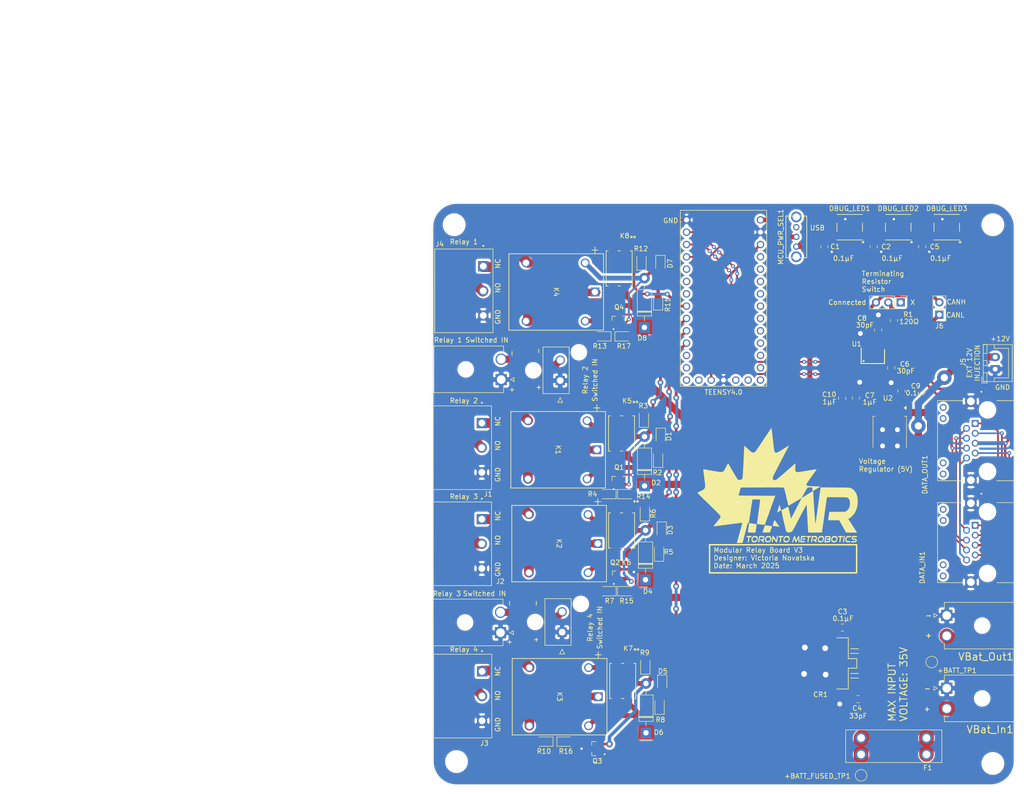
<source format=kicad_pcb>
(kicad_pcb (version 20240108) (generator "pcbnew") (generator_version "8.0")
  (layers (0 "F.Cu" signal) (31 "B.Cu" signal) (34 "B.Paste" user) (35 "F.Paste" user) (36 "B.SilkS" user "B.Silkscreen") (37 "F.SilkS" user "F.Silkscreen") (38 "B.Mask" user) (39 "F.Mask" user) (44 "Edge.Cuts" user))
  (net 0 "")
  (net 1 "+5V")
  (net 2 "GND")
  (net 3 "DEBUG_LED")
  (net 6 "+BATT")
  (net 7 "+3.3V")
  (net 8 "Net-(MCU_PWR_SEL1-B)")
  (net 16 "Net-(DBUG_LED1-DOUT)")
  (net 17 "Net-(DBUG_LED2-DOUT)")
  (net 19 "CAN_L2")
  (net 20 "UART1RX")
  (net 21 "CAN_L3")
  (net 22 "CAN_H1")
  (net 23 "UART1TX")
  (net 24 "CAN_H3")
  (net 25 "CAN_L1")
  (net 26 "CAN_H2")
  (net 27 "+12")
  (net 28 "Net-(D1-K)")
  (net 29 "Net-(D1-A)")
  (net 30 "Net-(D7-K)")
  (net 31 "CAN-")
  (net 32 "CAN+")
  (net 33 "RELAY_1")
  (net 34 "Net-(D3-A)")
  (net 35 "RELAY_4")
  (net 36 "Net-(D3-K)")
  (net 37 "Net-(D5-A)")
  (net 38 "Net-(D5-K)")
  (net 39 "RELAY_3")
  (net 40 "RELAY_2")
  (net 43 "/Relay Module 2/VPP")
  (net 44 "/Relay Module 3/VPP")
  (net 45 "/Relay Module 4/VPP")
  (net 46 "/Relay Module 1/VPP")
  (net 47 "+BATT_FUSED")
  (net 48 "Net-(TerminatingResistorSwitch1-Pin_2)")
  (net 49 "Net-(D7-A)")
  (net 71 "Net-(J1-Pad02)")
  (net 72 "Net-(J1-Pad01)")
  (net 73 "Net-(J2-Pad01)")
  (net 74 "Net-(J2-Pad02)")
  (net 75 "Net-(J3-Pad02)")
  (net 76 "Net-(J3-Pad01)")
  (net 77 "Net-(J4-Pad02)")
  (net 78 "Net-(J4-Pad01)")
  (net 79 "Net-(Q1-Pad1)")
  (net 80 "Net-(Q2-Pad1)")
  (net 81 "Net-(Q3-Pad1)")
  (net 82 "Net-(Q4-Pad1)")
  (net 83 "Net-(K5-Pad1)")
  (net 84 "Net-(K5-Pad3)")
  (net 85 "Net-(K6-Pad1)")
  (net 86 "Net-(K6-Pad3)")
  (net 87 "Net-(K7-Pad1)")
  (net 88 "Net-(K7-Pad3)")
  (net 89 "Net-(K8-Pad1)")
  (net 90 "Net-(K8-Pad3)")
  (footprint "LED_SMD:LED_0805_2012Metric" (layer "F.Cu") (at 127.275 107.4175 -90)
    (property "Reference" "D3")
    (property "Value" "KT-0805Y")
  )
  (footprint "LED_SMD:LED_0805_2012Metric" (layer "F.Cu") (at 127.375 138.965 -90)
    (property "Reference" "D5")
    (property "Value" "KT-0805Y")
  )
  (footprint "Resistor_SMD:R_0805_2012Metric_Pad1.20x1.40mm_HandSolder" (layer "F.Cu") (at 175.125 64.225 90)
    (property "Reference" "R1")
    (property "Value" "0805W8F1200T5E")
  )
  (footprint "Diode_THT:D_DO-41_SOD81_P10.16mm_Horizontal" (layer "F.Cu") (at 123.925 117.6375 90)
    (property "Reference" "D4")
    (property "Value" "1N4007")
  )
  (footprint "Diode_THT:D_DO-41_SOD81_P10.16mm_Horizontal" (layer "F.Cu") (at 124.025 149.185 90)
    (property "Reference" "D6")
    (property "Value" "1N4007")
  )
  (footprint "TMR-25-1-1-0 Modular Control Board Template Footprints:MOLEX_1726480102" (layer "F.Cu") (at 186 140 90)
    (property "Reference" "VBat_In1")
    (property "Value" "1726480102" (hide yes))
  )
  (footprint "LED_SMD:LED_0805_2012Metric" (layer "F.Cu") (at 127.075 88.09 -90)
    (property "Reference" "D1")
    (property "Value" "KT-0805Y")
  )
  (footprint "TMR-25-1-1-0 Modular Control Board Template Footprints:ADAMTECH_MTJ-88ARX1-FSM-LG" (layer "F.Cu") (at 194.4 110 90)
    (property "Reference" "DATA_IN1")
    (property "Value" "MTJ-88ARX1-FSM-LG")
  )
  (footprint "MountingHole:MountingHole_4.3mm_M4" (layer "F.Cu") (at 84.985534 155.114466)
    (property "Reference" "REF**" (hide yes))
    (property "Value" "MountingHole_4.3mm_M4" (hide yes))
  )
  (footprint "Capacitor_SMD:C_0805_2012Metric_Pad1.18x1.45mm_HandSolder" (layer "F.Cu") (at 176.67 78.78 90)
    (property "Reference" "C9")
    (property "Value" "CL21B104KBCNNNC")
  )
  (footprint "LED_SMD:LED_0805_2012Metric_Pad1.15x1.40mm_HandSolder" (layer "F.Cu") (at 119.475 67.5)
    (property "Reference" "R17")
    (property "Value" "0805W8F1003T5E (SMT业务专用)")
  )
  (footprint "Capacitor_SMD:C_0805_2012Metric_Pad1.18x1.45mm_HandSolder" (layer "F.Cu") (at 167.29 80.21 90)
    (property "Reference" "C7")
    (property "Value" "CL21B104KBCNNNC")
  )
  (footprint "LED_SMD:LED_0805_2012Metric_Pad1.15x1.40mm_HandSolder" (layer "F.Cu") (at 126.825 143.53 90)
    (property "Reference" "R8")
    (property "Value" "0805W8F1001T5E")
  )
  (footprint "Connector_PinHeader_2.54mm:PinHeader_1x03_P2.54mm_Vertical" (layer "F.Cu") (at 176.5 60.5 -90)
    (property "Reference" "TerminatingResistorSwitch1" (hide yes))
    (property "Value" "Conn_01x03")
  )
  (footprint "TMR-25-1-1-0 Modular Control Board Template Footprints:MOLEX_1726480102" (layer "F.Cu") (at 94.05 128.55 -90)
    (property "Reference" "VPP_to_Relay3" (hide yes))
    (property "Value" "1726480102")
  )
  (footprint "TestPoint:TestPoint_Pad_D2.0mm" (layer "F.Cu") (at 168.35 157.95)
    (property "Reference" "+BATT_FUSED_TP1")
    (property "Value" "TestPoint" (hide yes))
  )
  (footprint "TMR-25-1-1-0 Modular Control Board Template Footprints:MOLEX_1726480102" (layer "F.Cu") (at 94.19275 76.4 -90)
    (property "Reference" "VPP_to_Relay1" (hide yes))
    (property "Value" "1726480102")
  )
  (footprint "LED_SMD:LED_0805_2012Metric_Pad1.15x1.40mm_HandSolder" (layer "F.Cu") (at 103 151 180)
    (property "Reference" "R10")
    (property "Value" "0805W8F1001T5E")
  )
  (footprint "Relay:AZ943-1CH_AMZ" (layer "F.Cu") (at 114.2 141.745 -90)
    (property "Reference" "K3")
    (property "Value" "AZ943-1CH-12DE")
  )
  (footprint "Connector_JST:JST_XH_B2B-XH-A_1x02_P2.50mm_Vertical" (layer "F.Cu") (at 195.975 74.25 90)
    (property "Reference" "J5")
    (property "Value" "JST XH")
  )
  (footprint "LED_SMD:LED_0805_2012Metric_Pad1.15x1.40mm_HandSolder" (layer "F.Cu") (at 123.795 103.6975 90)
    (property "Reference" "R6")
    (property "Value" "0805W8F1001T5E")
  )
  (footprint "Relay:AZ943-1CH_AMZ" (layer "F.Cu") (at 114.1 110.1975 -90)
    (property "Reference" "K2")
    (property "Value" "AZ943-1CH-12DE")
  )
  (footprint "Optocoupler:LTV-816S_LTO" (layer "F.Cu") (at 118.5 53.5 -90)
    (property "Reference" "K8")
    (property "Value" "LTV-816S-TA1-A")
  )
  (footprint "TMR-25-1-1-0 Modular Control Board Template Footprints:COM-16347_SPK-M" (layer "F.Cu") (at 176 45 180)
    (property "Reference" "DBUG_LED2")
    (property "Value" "COM-16347" (hide yes))
  )
  (footprint "Capacitor_SMD:C_0805_2012Metric_Pad1.18x1.45mm_HandSolder" (layer "F.Cu") (at 180.95 49.0375 -90)
    (property "Reference" "C5")
    (property "Value" "CL21B104KBCNNNC")
  )
  (footprint "LED_SMD:LED_0805_2012Metric_Pad1.15x1.40mm_HandSolder" (layer "F.Cu") (at 120.025 120)
    (property "Reference" "R15")
    (property "Value" "0805W8F1003T5E (SMT业务专用)")
  )
  (footprint "LED_SMD:LED_0805_2012Metric_Pad1.15x1.40mm_HandSolder" (layer "F.Cu") (at 116.025 120 180)
    (property "Reference" "R7")
    (property "Value" "0805W8F1001T5E")
  )
  (footprint "connector:PHOENIX_1757255" (layer "F.Cu") (at 80.2 81.8175 -90)
    (property "Reference" "J1")
    (property "Value" "1757255")
  )
  (footprint "Capacitor_SMD:C_0805_2012Metric_Pad1.18x1.45mm_HandSolder" (layer "F.Cu") (at 164.435 80.275 90)
    (property "Reference" "C10")
    (property "Value" "CL21B105KAFNFNE")
  )
  (footprint "TMR-25-1-1-0 Modular Control Board Template Footprints:COM-16347_SPK-M" (layer "F.Cu") (at 186 45 180)
    (property "Reference" "DBUG_LED3")
    (property "Value" "COM-16347" (hide yes))
  )
  (footprint "Optocoupler:LTV-816S_LTO" (layer "F.Cu") (at 119 107.5 -90)
    (property "Reference" "K6")
    (property "Value" "LTV-816S-TA1-A")
  )
  (footprint "LED_SMD:LED_0805_2012Metric_Pad1.15x1.40mm_HandSolder" (layer "F.Cu") (at 114.975 67.5 180)
    (property "Reference" "R13")
    (property "Value" "0805W8F1001T5E")
  )
  (footprint "LED_SMD:LED_0805_2012Metric_Pad1.15x1.40mm_HandSolder" (layer "F.Cu") (at 126.725 111.9825 90)
    (property "Reference" "R5")
    (property "Value" "0805W8F1001T5E")
  )
  (footprint "Right angle pwr con:172647-0102" (layer "F.Cu") (at 106.75 128.45 90)
    (property "Reference" "VPP_to_Relay4" (hide yes))
    (property "Value" "1726480102" (hide yes))
  )
  (footprint "LED_SMD:LED_0805_2012Metric_Pad1.15x1.40mm_HandSolder" (layer "F.Cu") (at 123.1 52 90)
    (property "Reference" "R12")
    (property "Value" "0805W8F1001T5E")
  )
  (footprint "TMR-25-1-1-0 Modular Control Board Template Footprints:FUSE_3557-2" (layer "F.Cu") (at 175.085 151.95 180)
    (property "Reference" "F1")
    (property "Value" "3557-2" (hide yes))
  )
  (footprint "NPN:TRANS_2N7002" (layer "F.Cu") (at 113.5 152.45 180)
    (property "Reference" "Q3")
    (property "Value" "2N7002")
  )
  (footprint "Connector_PinHeader_2.54mm:PinHeader_1x02_P2.54mm_Vertical" (layer "F.Cu") (at 184.48 63.03 180)
    (property "Reference" "J6")
    (property "Value" "Conn_01x02_Pin")
  )
  (footprint "Capacitor_SMD:C_0805_2012Metric_Pad1.18x1.45mm_HandSolder" (layer "F.Cu") (at 171.85 66.2 90)
    (property "Reference" "C8")
    (property "Value" "0805CG300J500NT" (hide yes))
  )
  (footprint "NPN:TRANS_2N7002" (layer "F.Cu") (at 118.5 64 90)
    (property "Reference" "Q4")
    (property "Value" "2N7002")
  )
  (footprint "MountingHole:MountingHole_4.3mm_M4" (layer "F.Cu") (at 195.5 155.5)
    (property "Reference" "REF**" (hide yes))
    (property "Value" "MountingHole_4.3mm_M4" (hide yes))
  )
  (footprint "Diode_THT:D_DO-41_SOD81_P10.16mm_Horizontal" (layer "F.Cu") (at 123.7 65.66 90)
    (property "Reference" "D8")
    (property "Value" "1N4007")
  )
  (footprint "MountingHole:MountingHole_4.3mm_M4" (layer "F.Cu") (at 84.5 44.5)
    (property "Reference" "REF**" (hide yes))
    (property "Value" "MountingHole_4.3mm_M4" (hide yes))
  )
  (footprint "Relay:AZ943-1CH_AMZ" (layer "F.Cu") (at 113.9 90.87 -90)
    (property "Reference" "K1")
    (property "Value" "AZ943-1CH-12DE")
  )
  (footprint "Capacitor_SMD:C_0805_2012Metric_Pad1.18x1.45mm_HandSolder" (layer "F.Cu") (at 170.942 49.0375 -90)
    (property "Reference" "C2")
    (property "Value" "CL21B104KBCNNNC")
  )
  (footprint "Optocoupler:LTV-816S_LTO" (layer "F.Cu") (at 119.23 138.5 -90)
    (property "Reference" "K7")
    (property "Value" "LTV-816S-TA1-A")
  )
  (footprint "connector:PHOENIX_1757255" (layer "F.Cu") (at 80.25 133 -90)
    (property "Reference" "J3")
    (property "Value" "1757255")
  )
  (footprint "TMR-25-1-1-0 Modular Control Board Template Footprints:MOLEX_1726480102" (layer "F.Cu") (at 186 125 90)
    (property "Reference" "VBat_Out1")
    (property "Value" "1726480102" (hide yes))
  )
  (footprint "LED_SMD:LED_0805_2012Metric_Pad1.15x1.40mm_HandSolder" (layer "F.Cu") (at 123.895 135.245 90)
    (property "Reference" "R9")
    (property "Value" "0805W8F1001T5E")
  )
  (footprint "Optocoupler:LTV-816S_LTO" (layer "F.Cu") (at 119 87.5 -90)
    (property "Reference" "K5")
    (property "Value" "LTV-816S-TA1-A")
  )
  (footprint "Package_TO_SOT_SMD:TO-252-4" (layer "F.Cu") (at 174.25 87.27 -90)
    (property "Reference" "U2")
    (property "Value" "C2846669")
  )
  (footprint "LED_SMD:LED_0805_2012Metric_Pad1.15x1.40mm_HandSolder" (layer "F.Cu") (at 116 100 180)
    (property "Reference" "R4")
    (property "Value" "0805W8F1001T5E")
  )
  (footprint "TMR-25-1-1-0 Modular Control Board Template Footprints:OS102011MS2QN1" (layer "F.Cu") (at 155 47 90)
    (property "Reference" "MCU_PWR_SEL1")
    (property "Value" "OS102011MS2QN1" (hide yes))
  )
  (footprint "TMR-25-1-1-0 Modular Control Board Template Footprints:MODULE_DEV-15583" (layer "F.Cu") (at 140 60)
    (property "Reference" "TEENSY4.0")
    (property "Value" "DEV-15583" (hide yes))
  )
  (footprint "NPN:TRANS_2N7002" (layer "F.Cu") (at 118.55 116.5 90)
    (property "Reference" "Q2")
    (property "Value" "2N7002")
  )
  (footprint "LOGO" (layer "F.Cu") (at 151.95 99.2)
    (property "Reference" "G***" (hide yes))
    (property "Value" "LOGO" (hide yes))
  )
  (footprint "TestPoint:TestPoint_Pad_D2.0mm" (layer "F.Cu") (at 182.9 134.6)
    (property "Reference" "+BATT_TP1")
    (property "Value" "TestPoint")
  )
  (footprint "Relay:AZ943-1CH_AMZ" (layer "F.Cu") (at 113.5 58.35 -90)
    (property "Reference" "K4")
    (property "Value" "AZ943-1CH-12DE")
  )
  (footprint "Capacitor_SMD:C_0805_2012Metric_Pad1.18x1.45mm_HandSolder" (layer "F.Cu") (at 160.782 49.0375 -90)
    (property "Reference" "C1")
    (property "Value" "CL21B104KBCNNNC")
  )
  (footprint "connector:PHOENIX_1757255" (layer "F.Cu") (at 80.2 101.6175 -90)
    (property "Reference" "J2")
    (property "Value" "1757255")
  )
  (footprint "TMR-25-1-1-0 Modular Control Board Template Footprints:ADAMTECH_MTJ-88ARX1-FSM-LG" (layer "F.Cu") (at 194.4 89 90)
    (property "Reference" "DATA_OUT1")
    (property "Value" "MTJ-88ARX1-FSM-LG")
  )
  (footprint "Diode_THT:D_DO-41_SOD81_P10.16mm_Horizontal" (layer "F.Cu") (at 123.725 98.31 90)
    (property "Reference" "D2")
    (property "Value" "1N4007")
  )
  (footprint "connector:PHOENIX_1757255" (layer "F.Cu") (at 80.5 49.5 -90)
    (property "Reference" "J4")
    (property "Value" "1757255")
  )
  (footprint "LED_SMD:LED_0805_2012Metric_Pad1.15x1.40mm_HandSolder" (layer "F.Cu") (at 107.525 151)
    (property "Reference" "R16")
    (property "Value" "0805W8F1003T5E (SMT业务专用)")
  )
  (footprint "TJA1050:SOT96-1" (layer "F.Cu") (at 170.775 71.7)
    (property "Reference" "U1")
    (property "Value" "TJA1050T CAN Transceiver1")
  )
  (footprint "LED_SMD:LED_0805_2012Metric_Pad1.15x1.40mm_HandSolder" (layer "F.Cu") (at 123.595 84.37 90)
    (property "Reference" "R3")
    (property "Value" "0805W8F1001T5E")
  )
  (footprint "LED_SMD:LED_0805_2012Metric_Pad1.15x1.40mm_HandSolder" (layer "F.Cu") (at 126.525 92.655 90)
    (property "Reference" "R2")
    (property "Value" "0805W8F1001T5E")
  )
  (footprint "TMR-25-1-1-0 Modular Control Board Template Footprints:COM-16347_SPK-M" (layer "F.Cu") (at 166 45 180)
    (property "Reference" "DBUG_LED1")
    (property "Value" "COM-16347" (hide yes))
  )
  (footprint "LED_SMD:LED_0805_2012Metric_Pad1.15x1.40mm_HandSolder" (layer "F.Cu") (at 120.025 100)
    (property "Reference" "R14")
    (property "Value" "0805W8F1003T5E (SMT业务专用)")
  )
  (footprint "Capacitor_SMD:C_0805_2012Metric_Pad1.18x1.45mm_HandSolder" (layer "F.Cu") (at 174.55 74 -90)
    (property "Reference" "C6")
    (property "Value" "0805CG300J500NT")
  )
  (footprint "LED_SMD:LED_0805_2012Metric_Pad1.15x1.40mm_HandSolder" (layer "F.Cu") (at 126.5275 60.225 90)
    (property "Reference" "R11")
    (property "Value" "0805W8F1001T5E")
  )
  (footprint "Capacitor_SMD:C_0805_2012Metric_Pad1.18x1.45mm_HandSolder" (layer "F.Cu") (at 164.5 127.5)
    (property "Reference" "C3")
    (property "Value" "CL21B104KBCNNNC")
  )
  (footprint "Capacitor_SMD:C_0805_2012Metric_Pad1.18x1.45mm_HandSolder" (layer "F.Cu") (at 167.75 142.25 180)
    (property "Reference" "C4")
    (property "Value" "CC0805JRNPO9BN330")
  )
  (footprint "NPN:TRANS_2N7002" (layer "F.Cu") (at 118.5 97 90)
    (property "Reference" "Q1")
    (property "Value" "2N7002")
  )
  (footprint "MountingHole:MountingHole_4.3mm_M4" (layer "F.Cu") (at 195.5 44.5)
    (property "Reference" "REF**" (hide yes))
    (property "Value" "MountingHole_4.3mm_M4" (hide yes))
  )
  (footprint "Right angle pwr con:172647-0102" (layer "F.Cu") (at 106.35 76.6 90)
    (property "Reference" "VPP_to_Relay2" (hide yes))
    (property "Value" "1726480102" (hide yes))
  )
  (footprint "footprints:D2PAK_STM" (layer "F.Cu") (at 160.9104 134.8875 90)
    (property "Reference" "CR1")
    (property "Value" "C13456")
  )
  (footprint "LED_SMD:LED_0805_2012Metric" (layer "F.Cu") (at 127 52.5 -90)
    (property "Reference" "D7")
    (property "Value" "KT-0805Y")
  )
  (gr_poly (pts (xy 125.7 119) (xy 122.5 119) (xy 122.63 114.27) (xy 125.57 114.27)) (stroke (width 0.2)) (fill solid) (layer "F.Cu") (net 27))
  (gr_poly (pts (xy 125.3 67.01) (xy 122.1 67.01) (xy 122.23 62.28) (xy 125.17 62.28)) (stroke (width 0.2)) (fill solid) (layer "F.Cu") (net 27))
  (gr_poly (pts (xy 122.255 95.17) (xy 125.195 95.17) (xy 125.4 98.85) (xy 122.25 98.75)) (stroke (width 0.2)) (fill solid) (layer "F.Cu") (net 27))
  (gr_rect (start 168.3 137) (end 171.05 140.5) (stroke (width 0.2)) (fill solid) (layer "F.Cu") (net 47))
  (gr_poly (pts (xy 125.7 150.5) (xy 122.5 150.5) (xy 122.63 145.77) (xy 125.57 145.77)) (stroke (width 0.2)) (fill solid) (layer "F.Cu") (net 27))
  (gr_rect (start 137.13 110.43) (end 167.43 116.23) (stroke (width 0.3)) (fill none) (layer "F.SilkS"))
  (gr_line (start 85 40) (end 195 40) (stroke (width 0.05)) (layer "Edge.Cuts"))
  (gr_arc (start 80 45) (mid 81.464466 41.464466) (end 85 40) (stroke (width 0.05)) (layer "Edge.Cuts"))
  (gr_line (start 195 160) (end 85 160) (stroke (width 0.05)) (layer "Edge.Cuts"))
  (gr_arc (start 195 40) (mid 198.535534 41.464466) (end 200 45) (stroke (width 0.05)) (layer "Edge.Cuts"))
  (gr_line (start 200 45) (end 200 155) (stroke (width 0.05)) (layer "Edge.Cuts"))
  (gr_arc (start 85 160) (mid 81.496561 158.534367) (end 80.101266 155.002325) (stroke (width 0.05)) (layer "Edge.Cuts"))
  (gr_arc (start 200 155) (mid 198.535534 158.535534) (end 195 160) (stroke (width 0.05)) (layer "Edge.Cuts"))
  (gr_line (start 80.101266 155.002325) (end 80 45) (stroke (width 0.05)) (layer "Edge.Cuts"))
  (gr_text "Relay 1\n" (at 83.25 68.25 0) (layer "F.SilkS") (effects (font (size 1 1))))
  (gr_text "GND" (at 93.5 115.5 90) (layer "F.SilkS") (effects (font (size 1 1) (thickness 0.153))))
  (gr_text "+" (at 181.2 144.85 0) (layer "F.SilkS") (effects (font (size 1 1) (thickness 0.2) (bold yes)) (justify left bottom)))
  (gr_text "+" (at 96 130.5 270) (layer "F.SilkS") (effects (font (size 1 1) (thickness 0.153))))
  (gr_text "0.1µF" (at 177.45 79.76 0) (layer "F.SilkS") (effects (font (size 1 1) (thickness 0.153)) (justify left bottom)))
  (gr_text "Switched IN\n" (at 113.5 76.5 90) (layer "F.SilkS") (effects (font (size 1 1))))
  (gr_text "MAX INPUT\nVOLTAGE: 35V" (at 178 147 90) (layer "F.SilkS") (effects (font (size 1.5 1.5) (thickness 0.2) (bold yes)) (justify left bottom)))
  (gr_text "NO" (at 93.5 109.5 90) (layer "F.SilkS") (effects (font (size 1 1) (thickness 0.153))))
  (gr_text "CANH" (at 185.88 60.99 0) (layer "F.SilkS") (effects (font (size 1 1) (thickness 0.153)) (justify left bottom)))
  (gr_text "Relay 4" (at 86.5 132 0) (layer "F.SilkS") (effects (font (size 1 1))))
  (gr_text "-" (at 102 70.5 270) (layer "F.SilkS") (effects (font (size 1 1) (thickness 0.153))))
  (gr_text "-" (at 96.5 71 270) (layer "F.SilkS") (effects (font (size 1 1) (thickness 0.153))))
  (gr_text "Relay 3\n" (at 83 120.5 0) (layer "F.SilkS") (effects (font (size 1 1))))
  (gr_text "-" (at 181.55 125.6 0) (layer "F.SilkS") (effects (font (size 1 1) (thickness 0.2) (bold yes)) (justify left bottom)))
  (gr_text "NC" (at 93.5 52.5 90) (layer "F.SilkS") (effects (font (size 1 1) (thickness 0.153))))
  (gr_text "Connected\n" (at 165.5 60.5 0) (layer "F.SilkS") (effects (font (size 1 1))))
  (gr_text "NO" (at 93.5 141.5 90) (layer "F.SilkS") (effects (font (size 1 1) (thickness 0.153))))
  (gr_text "Relay 3\n" (at 86.5 100.5 0) (layer "F.SilkS") (effects (font (size 1 1))))
  (gr_text "0.1µF" (at 182.5 52 0) (layer "F.SilkS") (effects (font (size 1 1) (thickness 0.153)) (justify left bottom)))
  (gr_text "0.1µF" (at 162.5 52 0) (layer "F.SilkS") (effects (font (size 1 1) (thickness 0.153)) (justify left bottom)))
  (gr_text "Switched IN\n" (at 114.5 127.5 90) (layer "F.SilkS") (effects (font (size 1 1))))
  (gr_text "NO" (at 93.5 57.5 90) (layer "F.SilkS") (effects (font (size 1 1) (thickness 0.153))))
  (gr_text "+" (at 181.5 129.7 0) (layer "F.SilkS") (effects (font (size 1 1) (thickness 0.2) (bold yes)) (justify left bottom)))
  (gr_text "0.1µF" (at 172.5 52 0) (layer "F.SilkS") (effects (font (size 1 1) (thickness 0.153)) (justify left bottom)))
  (gr_text "CANL" (at 185.81 63.695 0) (layer "F.SilkS") (effects (font (size 1 1) (thickness 0.153)) (justify left bottom)))
  (gr_text "NC" (at 93.5 85 90) (layer "F.SilkS") (effects (font (size 1 1) (thickness 0.153))))
  (gr_text "Modular Relay Board V3\nDesigner: Victoria Novatska\nDate: March 2025" (at 137.87 115.35 0) (layer "F.SilkS") (effects (font (size 1 1)) (justify left bottom)))
  (gr_text "+" (at 102 78 270) (layer "F.SilkS") (effects (font (size 1 1) (thickness 0.153))))
  (gr_text "Switched IN\n" (at 90.7632 120.5 0) (layer "F.SilkS") (effects (font (size 1 1))))
  (gr_text "NC" (at 93.5 136.5 90) (layer "F.SilkS") (effects (font (size 1 1) (thickness 0.153))))
  (gr_text "33pF" (at 165.77 146.3 0) (layer "F.SilkS") (effects (font (size 1 1) (thickness 0.153)) (justify left bottom)))
  (gr_text "USB" (at 157.734 45.72 0) (layer "F.SilkS") (effects (font (size 1 1) (thickness 0.153)) (justify left bottom)))
  (gr_text "1µF" (at 160.305 81.575 0) (layer "F.SilkS") (effects (font (size 1 1) (thickness 0.153)) (justify left bottom)))
  (gr_text "30pF" (at 167.19 65.76 0) (layer "F.SilkS") (effects (font (size 1 1) (thickness 0.153)) (justify left bottom)))
  (gr_text "+" (at 96.5 78.5 270) (layer "F.SilkS") (effects (font (size 1 1) (thickness 0.153))))
  (gr_text "Relay 2" (at 111.5 76.5 90) (layer "F.SilkS") (effects (font (size 1 1))))
  (gr_text "EXT 12V\nINJECTION" (at 191.5 73 90) (layer "F.SilkS") (effects (font (size 1 1))))
  (gr_text "+" (at 101.5 130 270) (layer "F.SilkS") (effects (font (size 1 1) (thickness 0.153))))
  (gr_text "30pF" (at 175.6 75.21 0) (layer "F.SilkS") (effects (font (size 1 1) (thickness 0.153)) (justify left bottom)))
  (gr_text "NO" (at 93.5 90 90) (layer "F.SilkS") (effects (font (size 1 1) (thickness 0.153))))
  (gr_text "NC" (at 93.5 104.5 90) (layer "F.SilkS") (effects (font (size 1 1) (thickness 0.153))))
  (gr_text "120Ω" (at 176.14 65.04 0) (layer "F.SilkS") (effects (font (size 1 1)) (justify left bottom)))
  (gr_text "Relay 4" (at 112.5 127.5 90) (layer "F.SilkS") (effects (font (size 1 1))))
  (gr_text "1µF" (at 168.6 81.61 0) (layer "F.SilkS") (effects (font (size 1 1) (thickness 0.153)) (justify left bottom)))
  (gr_text "-" (at 181.25 140.65 0) (layer "F.SilkS") (effects (font (size 1 1) (thickness 0.2) (bold yes)) (justify left bottom)))
  (gr_text "GND" (at 93.5 63.5 90) (layer "F.SilkS") (effects (font (size 1 1) (thickness 0.153))))
  (gr_text "0.1µF" (at 162.38 126.21 0) (layer "F.SilkS") (effects (font (size 1 1) (thickness 0.153)) (justify left bottom)))
  (gr_text "Relay 2\n" (at 86.5 80.75 0) (layer "F.SilkS") (effects (font (size 1 1))))
  (gr_text "GND" (at 93.5 96 90) (layer "F.SilkS") (effects (font (size 1 1) (thickness 0.153))))
  (gr_text "Relay 1\n" (at 86.5 48 0) (layer "F.SilkS") (effects (font (size 1 1))))
  (gr_text "X" (at 179 60.5 0) (layer "F.SilkS") (effects (font (size 1 1))))
  (gr_text "-" (at 101.5 122.5 270) (layer "F.SilkS") (effects (font (size 1 1) (thickness 0.153))))
  (gr_text "+12V\n" (at 197 68 0) (layer "F.SilkS") (effects (font (size 1 1))))
  (gr_text "GND\n" (at 197.5 78 0) (layer "F.SilkS") (effects (font (size 1 1))))
  (gr_text "GND" (at 93.5 147.5 90) (layer "F.SilkS") (effects (font (size 1 1) (thickness 0.153))))
  (gr_text "Switched IN\n" (at 91.25 68.25 0) (layer "F.SilkS") (effects (font (size 1 1))))
  (gr_text "-" (at 96 122.5 270) (layer "F.SilkS") (effects (font (size 1 1) (thickness 0.153))))
  (gr_text_box "Voltage Regulator (5V)" (start 167.04875 91.9) (end 180.21125 96.05) (layer "F.SilkS") (effects (font (size 1 1)) (justify left top)) (border yes))
  (gr_text_box "Terminating \nResistor\nSwitch" (start 167.645 53.25) (end 177.445 58.75) (layer "F.SilkS") (effects (font (size 1 1) (thickness 0.15) (bold yes)) (justify left top)) (border yes))
  (segment (start 157.775 79.05) (end 161.725 83) (width 1) (layer "F.Cu") (net 1))
  (segment (start 164.47 83) (end 164.435 82.965) (width 1) (layer "F.Cu") (net 1))
  (segment (start 171.95 82.21) (end 171.97 82.23) (width 1) (layer "F.Cu") (net 1))
  (segment (start 171.41 74.35) (end 171.41 77.68) (width 1) (layer "F.Cu") (net 1))
  (segment (start 157.775 50.275) (end 157.775 79.05) (width 1) (layer "F.Cu") (net 1))
  (segment (start 177.139199 48) (end 180.848 48) (width 0.5) (layer "F.Cu") (net 1))
  (segment (start 156.5 49) (end 157.775 50.275) (width 1) (layer "F.Cu") (net 1))
  (segment (start 155 49) (end 156.5 49) (width 1) (layer "F.Cu") (net 1))
  (segment (start 167.29 82.89) (end 167.29 81.2475) (width 1) (layer "F.Cu") (net 1))
  (segment (start 177.139199 48) (end 178.4892 46.649999) (width 0.5) (layer "F.Cu") (net 1))
  (segment (start 167.139199 48) (end 170.942 48) (width 0.5) (layer "F.Cu") (net 1))
  (segment (start 170.942 48) (end 177.139199 48) (width 0.5) (layer "F.Cu") (net 1))
  (segment (start 167.4 83) (end 167.29 82.89) (width 1) (layer "F.Cu") (net 1))
  (segment (start 156 48) (end 160.782 48) (width 0.5) (layer "F.Cu") (net 1))
  (segment (start 155 49) (end 156 48) (width 0.5) (layer "F.Cu") (net 1))
  (segment (start 171.41 77.68) (end 171.95 78.22) (width 1) (layer "F.Cu") (net 1))
  (segment (start 164.435 82.965) (end 164.435 81.3125) (width 1) (layer "F.Cu") (net 1))
  (segment (start 160.782 48) (end 167.139199 48) (width 0.5) (layer "F.Cu") (net 1))
  (segment (start 164.47 83) (end 167.4 83) (width 1) (layer "F.Cu") (net 1))
  (segment (start 161.725 83) (end 164.47 83) (width 1) (layer "F.Cu") (net 1))
  (segment (start 167.4 83) (end 171.2 83) (width 1) (layer "F.Cu") (net 1))
  (segment (start 171.2 83) (end 171.97 82.23) (width 1) (layer "F.Cu") (net 1))
  (segment (start 167.139199 48) (end 168.4892 46.649999) (width 0.5) (layer "F.Cu") (net 1))
  (segment (start 187.139199 48) (end 188.4892 46.649999) (width 0.5) (layer "F.Cu") (net 1))
  (segment (start 171.95 78.22) (end 171.95 82.21) (width 1) (layer "F.Cu") (net 1))
  (segment (start 180.848 48) (end 187.139199 48) (width 0.5) (layer "F.Cu") (net 1))
  (segment (start 167.29 77.71) (end 168.05 76.95) (width 1) (layer "F.Cu") (net 2))
  (segment (start 120.985445 115.5) (end 121.535 116.049555) (width 0.5) (layer "F.Cu") (net 2))
  (segment (start 117.96 123.09) (end 121.05 120) (width 0.6) (layer "F.Cu") (net 2))
  (segment (start 121.95 116.464555) (end 121.535 116.049555) (width 0.5) (layer "F.Cu") (net 2))
  (segment (start 163.4625 127.5) (end 163.4625 129.2375) (width 1) (layer "F.Cu") (net 2))
  (segment (start 171.9 63.08) (end 171.85 63.13) (width 1) (layer "F.Cu") (net 2))
  (segment (start 176.4875 77.05) (end 176.75 77.3125) (width 1) (layer "F.Cu") (net 2))
  (segment (start 117.96 133.8899) (end 117.96 123.09) (width 0.6) (layer "F.Cu") (net 2))
  (segment (start 167.225 79.2375) (end 167.29 79.1725) (width 1) (layer "F.Cu") (net 2))
  (segment (start 122.6299 43.49) (end 132.38 43.49) (width 0.6) (layer "F.Cu") (net 2))
  (segment (start 173.5108 43.350001) (end 175.1 43.350001) (width 0.5) (layer "F.Cu") (net 2))
  (segment (start 163.4625 129.2375) (end 160.95 131.75) (width 1) (layer "F.Cu") (net 2))
  (segment (start 158.6625 134.8875) (end 156.925 133.15) (width 1) (layer "F.Cu") (net 2))
  (segment (start 110.75 152.45) (end 112.25 152.45) (width 0.5) (layer "F.Cu") (net 2))
  (segment (start 117.73 102.8899) (end 119.4199 101.2) (width 0.4) (layer "F.Cu") (net 2))
  (segment (start 170.14 76) (end 169.19 76.95) (width 1) (layer "F.Cu") (net 2))
  (segment (start 171.85 63.13) (end 171.85 65.1625) (width 1) (layer "F.Cu") (net 2))
  (segment (start 121.5 96.255634) (end 121.3 96.055634) (width 0.4) (layer "F.Cu") (net 2))
  (segment (start 158.6625 134.8875) (end 156.4375 137.1125) (width 1) (layer "F.Cu") (net 2))
  (segment (start 121.05 120) (end 121.95 119.1) (width 0.5) (layer "F.Cu") (net 2))
  (segment (start 120.994365 63) (end 121.299999 63.305634) (width 0.4) (layer "F.Cu") (net 2))
  (segment (start 174.55 77.05) (end 176.4875 77.05) (width 1) (layer "F.Cu") (net 2))
  (segment (start 170.942 50.075) (end 172.5 50.075) (width 0.5) (layer "F.Cu") (net 2))
  (segment (start 163.5108 43.350001) (end 165.1 43.350001) (width 0.5) (layer "F.Cu") (net 2))
  (segment (start 117.23 48.8899) (end 122.6299 43.49) (width 0.6) (layer "F.Cu") (net 2))
  (segment (start 117.73 82.8899) (end 117.73 70.27) (width 0.6) (layer "F.Cu") (net 2))
  (segment (start 117.73 70.27) (end 120.5 67.5) (width 0.6) (layer "F.Cu") (net 2))
  (segment (start 167.29 79.1725) (end 167.29 77.71) (width 1) (layer "F.Cu") (net 2))
  (segment (start 118.55 115.5) (end 120.985445 115.5) (width 0.5) (layer "F.Cu") (net 2))
  (segment (start 176.4875 77.05) (end 176.4875 77.56) (width 1) (layer "F.Cu") (net 2))
  (segment (start 155.025 131.25) (end 158.6625 134.8875) (width 1) (layer "F.Cu") (net 2))
  (segment (start 108.55 151) (end 109.3 151) (width 0.5) (layer "F.Cu") (net 2))
  (segment (start 163.95 143.25) (end 164.95 142.25) (width 1) (layer "F.Cu") (net 2))
  (segment (start 118.5 63) (end 120.994365 63) (width 0.4) (layer "F.Cu") (net 2))
  (segment (start 168.87 67.57) (end 168.2 66.9) (width 1) (layer "F.Cu") (net 2))
  (segment (start 169.19 76.95) (end 168.05 76.95) (width 1) (layer "F.Cu") (net 2))
  (segment (start 164.435 79.2375) (end 167.225 79.2375) (width 1) (layer "F.Cu") (net 2))
  (segment (start 121.299999 66.700001) (end 121.299999 63.305634) (width 0.4) (layer "F.Cu") (net 2))
  (segment (start 164.95 142.25) (end 166.7125 142.25) (width 1) (layer "F.Cu") (net 2))
  (segment (start 168.87 69.05) (end 168.87 67.57) (width 1) (layer "F.Cu") (net 2))
  (segment (start 170.14 74.35) (end 170.14 76) (width 1) (layer "F.Cu") (net 2))
  (segment (start 120.5 67.5) (end 121.299999 66.700001) (width 0.4) (layer "F.Cu") (net 2))
  (segment (start 121.5 99.55) (end 121.5 96.255634) (width 0.4) (layer "F.Cu") (net 2))
  (segment (start 174.55 75.0375) (end 174.55 77.05) (width 0.8) (layer "F.Cu") (net 2))
  (segment (start 121.95 119.1) (end 121.95 116.464555) (width 0.5) (layer "F.Cu") (net 2))
  (segment (start 121.05 100) (end 121.5 99.55) (width 0.4) (layer "F.Cu") (net 2))
  (segment (start 180.848 50.075) (end 182.4 50.075) (width 0.5) (layer "F.Cu") (net 2))
  (segment (start 176.4875 77.56) (end 176.67 77.7425) (width 1) (layer "F.Cu") (net 2))
  (segment (start 119.4199 101.2) (end 119.85 101.2) (width 0.4) (layer "F.Cu") (net 2))
  (segment (start 160.782 50.075) (end 162.306 50.075) (width 0.5) (layer "F.Cu") (net 2))
  (segment (start 158.6625 134.8875) (end 156.5 137.05) (width 1) (layer "F.Cu") (net 2))
  (segment (start 119.85 101.2) (end 121.05 100) (width 0.4) (layer "F.Cu") (net 2))
  (segment (start 118.5 96) (end 121 96) (width 0.4) (layer "F.Cu") (net 2))
  (segment (start 158.41188 134.63688) (end 158.6625 134.8875) (width 1) (layer "F.Cu") (net 2))
  (segment (start 109.3 151) (end 110.75 152.45) (width 0.5) (layer "F.Cu") (net 2))
  (segment (start 183.5108 43.350001) (end 185.1 43.350001) (width 0.5) (layer "F.Cu") (net 2))
  (via (at 165.1 43.350001) (size 1) (drill 0.5) (layers "F.Cu" "B.Cu") (net 2))
  (via (at 171.9 63.08) (size 2) (drill 1) (layers "F.Cu" "B.Cu") (net 2))
  (via (at 110.75 152.45) (size 1) (drill 0.5) (layers "F.Cu" "B.Cu") (net 2))
  (via (at 174.55 77.05) (size 2) (drill 1) (layers "F.Cu" "B.Cu") (net 2))
  (via (at 185.1 43.350001) (size 1) (drill 0.5) (layers "F.Cu" "B.Cu") (net 2))
  (via (at 172.785 90.075) (size 2) (drill 1) (layers "F.Cu" "B.Cu") (net 2))
  (via (at 182.4 50.075) (size 1) (drill 0.5) (layers "F.Cu" "B.Cu") (net 2))
  (via (at 168.05 76.95) (size 2) (drill 1) (layers "F.Cu" "B.Cu") (net 2))
  (via (at 162.306 50.075) (size 1) (drill 0.5) (layers "F.Cu" "B.Cu") (net 2))
  (via (at 156.6 137.05) (size 2.4) (drill 1.2) (layers "F.Cu" "B.Cu") (net 2))
  (via (at 168.2 66.9) (size 2) (drill 1) (layers "F.Cu" "B.Cu") (net 2))
  (via (at 121.535 116.049555) (size 1) (drill 0.5) (layers "F.Cu" "B.Cu") (net 2))
  (via (at 172.785 86.725) (size 2) (drill 1) (layers "F.Cu" "B.Cu") (net 2))
  (via (at 175.1 43.350001) (size 1) (drill 0.5) (layers "F.Cu" "B.Cu") (net 2))
  (via (at 160.95 131.75) (size 2.4) (drill 1.2) (layers "F.Cu" "B.Cu") (net 2))
  (via (at 156.75 131.6) (size 2.4) (drill 1.2) (layers "F.Cu" "B.Cu") (net 2))
  (via (at 175.835 90.075) (size 2) (drill 1) (layers "F.Cu" "B.Cu") (net 2))
  (via (at 121.3 96.055634) (size 0.8) (drill 0.4) (layers "F.Cu" "B.Cu") (net 2))
  (via (at 175.835 86.725) (size 2) (drill 1) (layers "F.Cu" "B.Cu") (net 2))
  (via (at 161.05 137.2) (size 2.4) (drill 1.2) (layers "F.Cu" "B.Cu") (net 2))
  (via (at 163.95 143.25) (size 2) (drill 1) (layers "F.Cu" "B.Cu") (net 2))
  (via (at 172.5 50.075) (size 1) (drill 0.5) (layers "F.Cu" "B.Cu") (net 2))
  (via (at 121.299999 63.305634) (size 0.8) (drill 0.4) (layers "F.Cu" "B.Cu") (net 2))
  (segment (start 158.155999 46.649999) (end 157.226 45.72) (width 0.4) (layer "F.Cu") (net 3))
  (segment (start 157.226 45.72) (end 157.226 42.037) (width 0.4) (layer "F.Cu") (net 3))
  (segment (start 157.226 42.037) (end 156.189 41) (width 0.4) (layer "F.Cu") (net 3))
  (segment (start 156.189 41) (end 147.214 41) (width 0.4) (layer "F.Cu") (net 3))
  (segment (start 147.214 41) (end 137.104 51.11) (width 0.4) (layer "F.Cu") (net 3))
  (segment (start 137.104 51.11) (end 132.38 51.11) (width 0.4) (layer "F.Cu") (net 3))
  (segment (start 163.424799 46.649999) (end 158.155999 46.649999) (width 0.4) (layer "F.Cu") (net 3))
  (segment (start 187.6 144.2) (end 189.7 142.1) (width 3) (layer "F.Cu") (net 6))
  (segment (start 189.7 142.1) (end 189.7 134.5) (width 3) (layer "F.Cu") (net 6))
  (segment (start 183.9006 144.15) (end 181.82 146.2306) (width 3) (layer "F.Cu") (net 6))
  (segment (start 186.085 144.15) (end 183.9006 144.15) (width 3) (layer "F.Cu") (net 6))
  (segment (start 189.7 134.5) (end 189.7 132.9) (width 3) (layer "F.Cu") (net 6))
  (segment (start 185.4 129.2) (end 186 129.2) (width 1) (layer "F.Cu") (net 6))
  (segment (start 186 144.2) (end 187.6 144.2) (width 3) (layer "F.Cu") (net 6))
  (segment (start 189.7 134.5) (end 189.6 134.6) (width 3) (layer "F.Cu") (net 6))
  (segment (start 189.7 132.9) (end 186 129.2) (width 3) (layer "F.Cu") (net 6))
  (segment (start 181.82 150.25) (end 181.82 153.65) (width 3) (layer "F.Cu") (net 6))
  (segment (start 181.82 146.2306) (end 181.82 150.25) (width 3) (layer "F.Cu") (net 6))
  (segment (start 189.6 134.6) (end 182.9 134.6) (width 3) (layer "F.Cu") (net 6))
  (segment (start 137.46 58.73) (end 137.46 76.51) (width 0.5) (layer "F.Cu") (net 7))
  (segment (start 147.62 48.57) (end 137.46 58.73) (width 0.5) (layer "F.Cu") (net 7))
  (segment (start 147.62 43.49) (end 150.424 43.49) (width 1) (layer "F.Cu") (net 8))
  (segment (start 153.934 47) (end 155 47) (width 1) (layer "F.Cu") (net 8))
  (segment (start 150.424 43.49) (end 153.934 47) (width 1) (layer "F.Cu") (net 8))
  (segment (start 168.4892 43.350001) (end 170.210802 43.350001) (width 0.4) (layer "F.Cu") (net 16))
  (segment (start 170.210802 43.350001) (end 173.5108 46.649999) (width 0.4) (layer "F.Cu") (net 16))
  (segment (start 180.210802 43.350001) (end 183.5108 46.649999) (width 0.4) (layer "F.Cu") (net 17))
  (segment (start 178.4892 43.350001) (end 180.210802 43.350001) (width 0.4) (layer "F.Cu") (net 17))
  (segment (start 198.045 106.247) (end 193.782 110.51) (width 0.5) (layer "F.Cu") (net 19))
  (segment (start 184.320866 78.320866) (end 193.187793 78.320866) (width 0.5) (layer "F.Cu") (net 19))
  (segment (start 175.125 65.225) (end 182.285 65.225) (width 0.8) (layer "F.Cu") (net 19))
  (segment (start 198.12 89.523) (end 198.045 89.598) (width 0.5) (layer "F.Cu") (net 19))
  (segment (start 198.6 89.043) (end 198.133 89.51) (width 0.5) (layer "F.Cu") (net 19))
  (segment (start 171.41 67.6775) (end 171.85 67.2375) (width 0.6) (layer "F.Cu") (net 19))
  (segment (start 198.133 89.51) (end 198.12 89.523) (width 0.8) (layer "F.Cu") (net 19))
  (segment (start 198.045 89.598) (end 198.045 106.247) (width 0.5) (layer "F.Cu") (net 19))
  (segment (start 193.782 110.51) (end 191.86 110.51) (width 0.5) (layer "F.Cu") (net 19))
  (segment (start 193.187793 78.320866) (end 198.6 83.733073) (width 0.5) (layer "F.Cu") (net 19))
  (segment (start 173.1375 67.2375) (end 175.125 65.25) (width 0.5) (layer "F.Cu") (net 19))
  (segment (start 198.6 83.733073) (end 198.6 89.043) (width 0.5) (layer "F.Cu") (net 19))
  (segment (start 175.125 69.125) (end 184.320866 78.320866) (width 0.5) (layer "F.Cu") (net 19))
  (segment (start 182.285 65.225) (end 184.48 63.03) (width 0.8) (layer "F.Cu") (net 19))
  (segment (start 171.41 69.05) (end 171.41 67.6775) (width 0.6) (layer "F.Cu") (net 19))
  (segment (start 175.125 65.25) (end 175.125 69.125) (width 0.5) (layer "F.Cu") (net 19))
  (segment (start 171.85 67.2375) (end 173.1375 67.2375) (width 0.5) (layer "F.Cu") (net 19))
  (via (at 198.133 89.51) (size 0.8) (drill 0.35) (layers "F.Cu" "B.Cu") (net 19))
  (segment (start 198.133 89.51) (end 191.86 89.51) (width 0.8) (layer "B.Cu") (net 19))
  (segment (start 190.08 107.45) (end 188.722 106.092) (width 0.35) (layer "F.Cu") (net 20))
  (segment (start 188.722 87.808) (end 190.08 86.45) (width 0.35) (layer "F.Cu") (net 20))
  (segment (start 188.722 106.092) (end 188.722 87.808) (width 0.35) (layer "F.Cu") (net 20))
  (segment (start 198.895 91.55) (end 198.882 91.563) (width 0.35) (layer "F.Cu") (net 21))
  (segment (start 193.52 112.55) (end 191.86 112.55) (width 0.35) (layer "F.Cu") (net 21))
  (segment (start 198.882 107.188) (end 193.52 112.55) (width 0.35) (layer "F.Cu") (net 21))
  (segment (start 198.882 91.563) (end 198.882 107.188) (width 0.35) (layer "F.Cu") (net 21))
  (via (at 198.895 91.55) (size 0.8) (drill 0.35) (layers "F.Cu" "B.Cu") (net 21))
  (segment (start 198.895 91.55) (end 191.86 91.55) (width 0.35) (layer "B.Cu") (net 21))
  (segment (start 188.992 109.49) (end 190.08 109.49) (width 0.35) (layer "F.Cu") (net 22))
  (segment (start 187.947 88.49) (end 187.947 108.445) (width 0.35) (layer "F.Cu") (net 22))
  (segment (start 187.947 108.445) (end 188.992 109.49) (width 0.35) (layer "F.Cu") (net 22))
  (via (at 187.947 88.49) (size 0.8) (drill 0.35) (layers "F.Cu" "B.Cu") (net 22))
  (segment (start 187.947 88.49) (end 190.08 88.49) (width 0.35) (layer "B.Cu") (net 22))
  (segment (start 194.904 85.43) (end 196.554 87.08) (width 0.35) (layer "F.Cu") (net 23))
  (segment (start 191.86 85.43) (end 194.904 85.43) (width 0.35) (layer "F.Cu") (net 23))
  (segment (start 194.814 106.43) (end 191.86 106.43) (width 0.35) (layer "F.Cu") (net 23))
  (segment (start 196.554 104.69) (end 194.814 106.43) (width 0.35) (layer "F.Cu") (net 23))
  (segment (start 196.554 87.08) (end 196.554 104.69) (width 0.35) (layer "F.Cu") (net 23))
  (segment (start 190.08 92.57) (end 188.722 93.928) (width 0.35) (layer "B.Cu") (net 24))
  (segment (start 188.722 112.212) (end 190.08 113.57) (width 0.35) (layer "B.Cu") (net 24))
  (segment (start 188.722 93.928) (end 188.722 112.212) (width 0.35) (layer "B.Cu") (net 24))
  (segment (start 197.358 105.41) (end 194.298 108.47) (width 0.35) (layer "F.Cu") (net 25))
  (segment (start 194.298 108.47) (end 191.86 108.47) (width 0.35) (layer "F.Cu") (net 25))
  (segment (start 197.358 87.47) (end 197.358 105.41) (width 0.35) (layer "F.Cu") (net 25))
  (via (at 197.358 87.47) (size 0.8) (drill 0.35) (layers "F.Cu" "B.Cu") (net 25))
  (segment (start 197.358 87.549) (end 197.279 87.47) (width 0.35) (layer "B.Cu") (net 25))
  (segment (start 197.279 87.47) (end 191.86 87.47) (width 0.35) (layer "B.Cu") (net 25))
  (segment (start 187.172 90.53) (end 187.172 108.622) (width 0.35) (layer "F.Cu") (net 26))
  (segment (start 175.025 70.525) (end 184.5 80) (width 0.5) (layer "F.Cu") (net 26))
  (segment (start 173.2725 72.9625) (end 170.835 70.525) (width 0.5) (layer "F.Cu") (net 26))
  (segment (start 183.09 59.1) (end 184.48 60.49) (width 0.7) (layer "F.Cu") (net 26))
  (segment (start 170.14 69.83) (end 170.835 70.525) (width 0.5) (layer "F.Cu") (net 26))
  (segment (start 172.82 59.1) (end 183.09 59.1) (width 0.7) (layer "F.Cu") (net 26))
  (segment (start 170.835 70.525) (end 175.025 70.525) (width 0.5) (layer "F.Cu") (net 26))
  (segment (start 186.997 80) (end 186.997 90.355) (width 0.5) (layer "F.Cu") (net 26))
  (segment (start 170.14 69.05) (end 170.14 61.78) (width 0.7) (layer "F.Cu") (net 26))
  (segment (start 184.5 80) (end 186.997 80) (width 0.5) (layer "F.Cu") (net 26))
  (segment (start 174.55 72.9625) (end 173.2725 72.9625) (width 0.5) (layer "F.Cu") (net 26))
  (segment (start 170.14 61.78) (end 171.42 60.5) (width 0.7) (layer "F.Cu") (net 26))
  (segment (start 187.172 108.622) (end 190.08 111.53) (width 0.35) (layer "F.Cu") (net 26))
  (segment (start 170.14 69.05) (end 170.14 69.83) (width 0.5) (layer "F.Cu") (net 26))
  (segment (start 171.42 60.5) (end 172.82 59.1) (width 0.7) (layer "F.Cu") (net 26))
  (segment (start 186.997 90.355) (end 187.172 90.53) (width 0.5) (layer "F.Cu") (net 26))
  (via (at 187.172 90.53) (size 0.8) (drill 0.35) (layers "F.Cu" "B.Cu") (net 26))
  (segment (start 187.172 90.53) (end 190.08 90.53) (width 0.35) (layer "B.Cu") (net 26))
  (segment (start 189.75 71.75) (end 195.975 71.75) (width 1.5) (layer "F.Cu") (net 27))
  (segment (start 180.15 85.95) (end 180.15 110.35) (width 1.5) (layer "F.Cu") (net 27))
  (segment (start 132.5 148.5) (end 131.815 149.185) (width 1.5) (layer "F.Cu") (net 27))
  (segment (start 126.825 145.125) (end 124.025 147.925) (width 1) (layer "F.Cu") (net 27))
  (segment (start 123.7 62.95) (end 122.95 62.2) (width 1) (layer "F.Cu") (net 27))
  (segment (start 169.6734 127.5) (end 169.6734 122.6734) (width 1.5) (layer "F.Cu") (net 27))
  (segment (start 114.295 145.65) (end 112.25 147.695) (width 1) (layer "F.Cu") (net 27))
  (segment (start 126.525 95.51) (end 123.725 98.31) (width 1) (layer "F.Cu") (net 27))
  (segment (start 119.775 58.1151) (end 119.77 58.1101) (width 1) (layer "F.Cu") (net 27))
  (segment (start 124.025 148.025) (end 121.65 145.65) (width 1) (layer "F.Cu") (net 27))
  (segment (start 126.5275 61.25) (end 126.5275 63.08) (width 1) (layer "F.Cu") (net 27))
  (segment (start 132.5 121.286914) (end 132.5 98) (width 1.5) (layer "F.Cu") (net 27))
  (segment (start 124.025 146.67) (end 124.025 149.185) (width 1) (layer "F.Cu") (net 27))
  (segment (start 126.725 113.0075) (end 126.725 113.8425) (width 1) (layer "F.Cu") (net 27))
  (segment (start 169.213086 121.286914) (end 168.286914 121.286914) (width 1.5) (layer "F.Cu") (net 27))
  (segment (start 131.815 149.185) (end 124.025 149.185) (width 1.5) (layer "F.Cu") (net 27))
  (segment (start 168.286914 121.286914) (end 132.5 121.286914) (width 1.5) (layer "F.Cu") (net 27))
  (segment (start 121.4325 114.25) (end 123.925 116.7425) (width 1) (layer "F.Cu") (net 27))
  (segment (start 126.525 93.68) (end 126.525 95.51) (width 1) (layer "F.Cu") (net 27))
  (segment (start 124.035 98) (end 132.5 98) (width 1.5) (layer "F.Cu") (net 27))
  (segment (start 120.7 61.15) (end 123.7 64.15) (width 1) (layer "F.Cu") (net 27))
  (segment (start 123.7 64.15) (end 123.7 62.95) (width 1) (layer "F.Cu") (net 27))
  (segment (start 111.55 64.3) (end 112.85 64.3) (width 1) (layer "F.Cu") (net 27))
  (segment (start 123.725 98.31) (end 123.725 95.59) (width 1) (layer "F.Cu") (net 27))
  (segment (start 123.725 95.59) (end 120.425 92.29) (width 1) (layer "F.Cu") (net 27))
  (segment (start 114.0475 114.25) (end 121.4325 114.25) (width 1) (layer "F.Cu") (net 27))
  (segment (start 165.5375 127.5) (end 169.6734 127.5) (width 0.8) (layer "F.Cu") (net 27))
  (segment (start 116 61.15) (end 120.7 61.15) (width 1) (layer "F.Cu") (net 27))
  (segment (start 185.5 76) (end 189.75 71.75) (width 1.5) (layer "F.Cu") (net 27))
  (segment (start 169.6734 122.6734) (end 168.286914 121.286914) (width 1.5) (layer "F.Cu") (net 27))
  (segment (start 123.725 96.925) (end 123.725 98.31) (width 1) (layer "F.Cu") (net 27))
  (segment (start 127.574414 121.286914) (end 123.925 117.6375) (width 1.5) (layer "F.Cu") (net 27))
  (segment (start 123.7275 62.9775) (end 122.95 62.2) (width 1) (layer "F.Cu") (net 27))
  (segment (start 169.6734 132.3475) (end 169.6734 127.5) (width 1.5) (layer "F.Cu") (net 27))
  (segment (start 120.42 111.8825) (end 123.925 115.3875) (width 1) (layer "F.Cu") (net 27))
  (segment (start 121.65 145.65) (end 114.295 145.65) (width 1) (layer "F.Cu") (net 27))
  (segment (start 126.725 113.8425) (end 123.925 116.6425) (width 1) (layer "F.Cu") (net 27))
  (segment (start 123.7275 65.88) (end 123.7275 62.9775) (width 1) (layer "F.Cu") (net 27))
  (segment (start 119.775 59.025) (end 119.775 58.1151) (width 1) (layer "F.Cu") (net 27))
  (segment (start 132.5 98) (end 132.5 85.085471) (width 1.5) (layer "F.Cu") (net 27))
  (segment (start 132.5 85.085471) (end 123.7 76.285471) (width 1.5) (layer "F.Cu") (net 27))
  (segment (start 132.5 121.286914) (end 127.574414 121.286914) (width 1.5) (layer "F.Cu") (net 27))
  (segment (start 124.025 149.185) (end 124.025 148.025) (width 1) (layer "F.Cu") (net 27))
  (segment (start 121.3 94.5) (end 123.725 96.925) (width 1) (layer "F.Cu") (net 27))
  (segment (start 123.7 76.285471) (end 123.7 65.66) (width 1.5) (layer "F.Cu") (net 27))
  (segment (start 112.15 116.1475) (end 114.0475 114.25) (width 1) (layer "F.Cu") (net 27))
  (segment (start 124.025 149.185) (end 124.025 147.625) (width 1) (layer "F.Cu") (net 27))
  (segment (start 123.725 98.31) (end 124.035 98) (width 1.5) (layer "F.Cu") (net 27))
  (segment (start 122.95 62.2) (end 119.775 59.025) (width 1) (layer "F.Cu") (net 27))
  (segment (start 123.925 115.3875) (end 123.925 117.6375) (width 1) (layer "F.Cu") (net 27))
  (segment (start 120.52 143.165) (end 124.025 146.67) (width 1) (layer "F.Cu") (net 27))
  (segment (start 132.5 121.286914) (end 132.5 148.5) (width 1.5) (layer "F.Cu") (net 27))
  (segment (start 126.5275 63.08) (end 123.7275 65.88) (width 1) (layer "F.Cu") (net 27))
  (segment (start 126.825 144.555) (end 126.825 145.125) (width 1) (layer "F.Cu") (net 27))
  (segment (start 111.95 96.82) (end 114.27 94.5) (width 1) (layer "F.Cu") (net 27))
  (segment (start 112.85 64.3) (end 116 61.15) (width 1) (layer "F.Cu") (net 27))
  (segment (start 124.025 147.925) (end 124.025 149.185) (width 1) (layer "F.Cu") (net 27))
  (segment (start 114.27 94.5) (end 121.3 94.5) (width 1) (layer "F.Cu") (net 27))
  (segment (start 180.15 110.35) (end 169.213086 121.286914) (width 1.5) (layer "F.Cu") (net 27))
  (via (at 185.5 76) (size 3) (drill 1.5) (layers "F.Cu" "B.Cu") (net 27))
  (via (at 180.15 85.95) (size 3) (drill 1.5) (layers "F.Cu" "B.Cu") (net 27))
  (segment (start 180.15 85.95) (end 180.15 81.35) (width 1.5) (layer "B.Cu") (net 27))
  (segment (start 180.15 81.35) (end 185.5 76) (width 1.5) (layer "B.Cu") (net 27))
  (segment (start 127.065 86.58) (end 127.075 86.59) (width 1) (layer "F.Cu") (net 28))
  (segment (start 119.45 98) (end 120.5 98) (width 0.4) (layer "F.Cu") (net 28))
  (segment (start 125.295 86.58) (end 127.065 86.58) (width 1) (layer "F.Cu") (net 28))
  (segment (start 123.725 88.15) (end 125.295 86.58) (width 1) (layer "F.Cu") (net 28))
  (segment (start 111.8934 84.8756) (end 115.1678 88.15) (width 1) (layer "F.Cu") (net 28))
  (segment (start 115.1678 88.15) (end 123.725 88.15) (width 1) (layer "F.Cu") (net 28))
  (segment (start 127.075 86.59) (end 127.075 87.1525) (width 1) (layer "F.Cu") (net 28))
  (via (at 120.5 98) (size 0.8) (drill 0.4) (layers "F.Cu" "B.Cu") (net 28))
  (segment (start 120.5 91.375) (end 123.725 88.15) (width 0.4) (layer "B.Cu") (net 28))
  (segment (start 120.5 98) (end 120.5 91.375) (width 0.4) (layer "B.Cu") (net 28))
  (segment (start 126.525 91.63) (end 126.525 89.68) (width 1) (layer "F.Cu") (net 29))
  (segment (start 126.525 89.68) (end 127.075 89.13) (width 1) (layer "F.Cu") (net 29))
  (segment (start 125 52.862501) (end 125 54.2) (width 0.7) (layer "F.Cu") (net 30))
  (segment (start 119.45 65) (end 119.5 65) (width 0.4) (layer "F.Cu") (net 30))
  (segment (start 125 54.2) (end 123.7 55.5) (width 0.7) (layer "F.Cu") (net 30))
  (segment (start 127 51.5625) (end 126.300001 51.5625) (width 0.7) (layer "F.Cu") (net 30))
  (segment (start 126.300001 51.5625) (end 125 52.862501) (width 0.7) (layer "F.Cu") (net 30))
  (segment (start 119.5 65) (end 120.5 64) (width 0.4) (layer "F.Cu") (net 30))
  (via (at 120.5 64) (size 0.8) (drill 0.4) (layers "F.Cu" "B.Cu") (net 30))
  (segment (start 120.5 58.7) (end 123.7 55.5) (width 0.4) (layer "B.Cu") (net 30))
  (segment (start 111.4934 52.3556) (end 114.6378 55.5) (width 1) (layer "B.Cu") (net 30))
  (segment (start 114.6378 55.5) (end 123.7 55.5) (width 1) (layer "B.Cu") (net 30))
  (segment (start 120.5 64) (end 120.5 58.7) (width 0.4) (layer "B.Cu") (net 30))
  (segment (start 167.184501 75.2856) (end 168.120101 74.35) (width 0.4) (layer "F.Cu") (net 31))
  (segment (start 141.599999 55.875001) (end 141.6 55.875) (width 0.4) (layer "F.Cu") (net 31))
  (segment (start 141.107194 53.880722) (end 138.285922 51.05945) (width 0.4) (layer "F.Cu") (net 31))
  (segment (start 141.599999 70.073599) (end 141.599999 55.875001) (width 0.4) (layer "F.Cu") (net 31))
  (segment (start 137.15455 49.928078) (end 135.796472 48.57) (width 0.4) (layer "F.Cu") (net 31))
  (segment (start 141.107194 53.880724) (end 141.107194 53.880722) (width 0.4) (layer "F.Cu") (net 31))
  (segment (start 137.15455 49.928078) (end 137.154549 49.928078) (width 0.4) (layer "F.Cu") (net 31))
  (segment (start 168.120101 74.35) (end 168.87 74.35) (width 0.4) (layer "F.Cu") (net 31))
  (segment (start 146.7764 75.25) (end 141.599999 70.073599) (width 0.4) (layer "F.Cu") (net 31))
  (segment (start 135.796472 48.57) (end 132.38 48.57) (width 0.4) (layer "F.Cu") (net 31))
  (segment (start 158.925 75.2856) (end 167.184501 75.2856) (width 0.4) (layer "F.Cu") (net 31))
  (segment (start 156.5808 75.25) (end 146.7764 75.25) (width 0.4) (layer "F.Cu") (net 31))
  (via (at 156.5808 75.25) (size 0.8) (drill 0.4) (layers "F.Cu" "B.Cu") (net 31))
  (via (at 158.925 75.2856) (size 0.8) (drill 0.4) (layers "F.Cu" "B.Cu") (net 31))
  (via (at 141.107194 53.880724) (size 0.8) (drill 0.4) (layers "F.Cu" "B.Cu") (net 31))
  (via (at 138.285922 51.05945) (size 0.8) (drill 0.4) (layers "F.Cu" "B.Cu") (net 31))
  (via (at 141.6 55.875) (size 0.8) (drill 0.4) (layers "F.Cu" "B.Cu") (net 31))
  (via (at 137.15455 49.928078) (size 0.8) (drill 0.4) (layers "F.Cu" "B.Cu") (net 31))
  (segment (start 138.285922 51.05945) (end 137.15455 49.928078) (width 0.4) (layer "B.Cu") (net 31))
  (segment (start 141.107194 53.880724) (end 141.6 54.37353) (width 0.4) (layer "B.Cu") (net 31))
  (segment (start 141.6 54.37353) (end 141.6 55.875) (width 0.4) (layer "B.Cu") (net 31))
  (segment (start 158.8894 75.25) (end 156.5808 75.25) (width 0.4) (layer "B.Cu") (net 31))
  (segment (start 158.925 75.2856) (end 158.8894 75.25) (width 0.4) (layer "B.Cu") (net 31))
  (segment (start 156.625 72.7456) (end 156.6206 72.75) (width 0.4) (layer "F.Cu") (net 32))
  (segment (start 134.95353 46.03) (end 132.38 46.03) (width 0.4) (layer "F.Cu") (net 32))
  (segment (start 158.925 72.7456) (end 171.5206 72.7456) (width 0.4) (layer "F.Cu") (net 32))
  (segment (start 156.6206 72.75) (end 145.89853 72.75) (width 0.4) (layer "F.Cu") (net 32))
  (segment (start 145.89853 72.75) (end 142.800001 69.651471) (width 0.4) (layer "F.Cu") (net 32))
  (segment (start 142.800001 69.651471) (end 142.800001 54.592081) (width 0.4) (layer "F.Cu") (net 32))
  (segment (start 142.800001 54.592081) (end 142.816441 54.575641) (width 0.4) (layer "F.Cu") (net 32))
  (segment (start 172.68 73.905) (end 172.68 74.35) (width 0.4) (layer "F.Cu") (net 32))
  (segment (start 171.5206 72.7456) (end 172.68 73.905) (width 0.4) (layer "F.Cu") (net 32))
  (segment (start 138.003079 49.079549) (end 134.95353 46.03) (width 0.4) (layer "F.Cu") (net 32))
  (segment (start 141.955724 53.032194) (end 139.1412 50.21767) (width 0.4) (layer "F.Cu") (net 32))
  (via (at 141.955724 53.032194) (size 0.8) (drill 0.4) (layers "F.Cu" "B.Cu") (net 32))
  (via (at 156.625 72.7456) (size 0.8) (drill 0.4) (layers "F.Cu" "B.Cu") (net 32))
  (via (at 142.816441 54.575641) (size 0.8) (drill 0.4) (layers "F.Cu" "B.Cu") (net 32))
  (via (at 158.925 72.7456) (size 0.8) (drill 0.4) (layers "F.Cu" "B.Cu") (net 32))
  (via (at 138.003079 49.079549) (size 0.8) (drill 0.4) (layers "F.Cu" "B.Cu") (net 32))
  (via (at 139.134451 50.210921) (size 0.8) (drill 0.4) (layers "F.Cu" "B.Cu") (net 32))
  (segment (start 139.134451 50.210921) (end 138.003079 49.079549) (width 0.4) (layer "B.Cu") (net 32))
  (segment (start 158.925 72.7456) (end 156.625 72.7456) (width 0.4) (layer "B.Cu") (net 32))
  (segment (start 141.955724 53.032194) (end 142.816441 53.892911) (width 0.4) (layer "B.Cu") (net 32))
  (segment (start 142.816441 53.892911) (end 142.816441 54.575641) (width 0.4) (layer "B.Cu") (net 32))
  (segment (start 138.003079 49.07955) (end 138.003079 49.079549) (width 0.4) (layer "B.Cu") (net 32))
  (segment (start 121.55 54.55) (end 123.0975 53.0025) (width 0.5) (layer "F.Cu") (net 33))
  (segment (start 132.38 61.27) (end 130.87 61.27) (width 0.6) (layer "F.Cu") (net 33))
  (segment (start 123.0975 53.0025) (end 123.0975 52.99) (width 1) (layer "F.Cu") (net 33))
  (segment (start 130.87 61.27) (end 128.4 58.8) (width 0.6) (layer "F.Cu") (net 33))
  (segment (start 122.95 58.75) (end 121.55 57.35) (width 0.5) (layer "F.Cu") (net 33))
  (segment (start 124.3 58.75) (end 122.95 58.75) (width 0.5) (layer "F.Cu") (net 33))
  (segment (start 121.55 57.35) (end 121.55 54.55) (width 0.5) (layer "F.Cu") (net 33))
  (via (at 128.4 58.8) (size 1) (drill 0.5) (layers "F.Cu" "B.Cu") (net 33))
  (via (at 124.3 58.75) (size 1) (drill 0.5) (layers "F.Cu" "B.Cu") (net 33))
  (segment (start 124.35 58.8) (end 124.3 58.75) (width 0.6) (layer "B.Cu") (net 33))
  (segment (start 128.4 58.8) (end 124.35 58.8) (width 0.6) (layer "B.Cu") (net 33))
  (segment (start 127.275 108.4575) (end 127.275 110.4075) (width 0.6) (layer "F.Cu") (net 34))
  (segment (start 127.275 110.4075) (end 126.725 110.9575) (width 0.6) (layer "F.Cu") (net 34))
  (segment (start 124.43 136.27) (end 123.895 136.27) (width 0.6) (layer "F.Cu") (net 35))
  (segment (start 130.25 86) (end 130.25 96) (width 0.6) (layer "F.Cu") (net 35))
  (segment (start 130.25 70.95) (end 130.32 70.95) (width 0.6) (layer "F.Cu") (net 35))
  (segment (start 130.236914 119) (end 130.236914 99.61) (width 0.6) (layer "F.Cu") (net 35))
  (segment (start 130.32 70.95) (end 132.38 68.89) (width 0.6) (layer "F.Cu") (net 35))
  (segment (start 130.236914 130.463086) (end 124.43 136.27) (width 0.6) (layer "F.Cu") (net 35))
  (segment (start 130.25 80.1632) (end 130.25 70.95) (width 0.6) (layer "F.Cu") (net 35))
  (segment (start 130.236914 123.638914) (end 130.236914 130.463086) (width 0.6) (layer "F.Cu") (net 35))
  (via (at 130.25 80.1632) (size 1.2) (drill 0.6) (layers "F.Cu" "B.Cu") (net 35))
  (via (at 130.236914 119) (size 1.2) (drill 0.6) (layers "F.Cu" "B.Cu") (net 35))
  (via (at 130.236914 123.638914) (size 1.2) (drill 0.6) (layers "F.Cu" "B.Cu") (net 35))
  (via (at 130.236914 99.61) (size 1.2) (drill 0.6) (layers "F.Cu" "B.Cu") (net 35))
  (via (at 130.25 86) (size 1.2) (drill 0.6) (layers "F.Cu" "B.Cu") (net 35))
  (via (at 130.25 96) (size 1.2) (drill 0.6) (layers "F.Cu" "B.Cu") (net 35))
  (segment (start 130.25 86) (end 130.361248 85.888752) (width 0.6) (layer "B.Cu") (net 35))
  (segment (start 130.236914 123.638914) (end 130.236914 119) (width 0.6) (layer "B.Cu") (net 35))
  (segment (start 130.236914 99.61) (end 130.236914 96.013086) (width 0.6) (layer "B.Cu") (net 35))
  (segment (start 130.361248 85.888752) (end 130.361248 80.274448) (width 0.6) (layer "B.Cu") (net 35))
  (segment (start 130.236914 96.013086) (end 130.25 96) (width 0.6) (layer "B.Cu") (net 35))
  (segment (start 130.361248 80.274448) (end 130.25 80.1632) (width 0.6) (layer "B.Cu") (net 35))
  (segment (start 127.275 106.48) (end 127.275 105.9175) (width 1) (layer "F.Cu") (net 36))
  (segment (start 115.3678 107.4775) (end 123.925 107.4775) (width 1) (layer "F.Cu") (net 36))
  (segment (start 121 118) (end 120.5 117.5) (width 0.5) (layer "F.Cu") (net 36))
  (segment (start 127.265 105.9075) (end 127.275 105.9175) (width 1) (layer "F.Cu") (net 36))
  (segment (start 123.925 107.4775) (end 125.495 105.9075) (width 1) (layer "F.Cu") (net 36))
  (segment (start 120.5 117.5) (end 119.5 117.5) (width 0.5) (layer "F.Cu") (net 36))
  (segment (start 112.0934 104.2031) (end 115.3678 107.4775) (width 1) (layer "F.Cu") (net 36))
  (segment (start 125.495 105.9075) (end 127.265 105.9075) (width 1) (layer "F.Cu") (net 36))
  (via (at 121 118) (size 1) (drill 0.5) (layers "F.Cu" "B.Cu") (net 36))
  (segment (start 119.5 111.9025) (end 123.925 107.4775) (width 0.5) (layer "B.Cu") (net 36))
  (segment (start 119.5 116.5) (end 119.5 111.9025) (width 0.5) (layer "B.Cu") (net 36))
  (segment (start 121 118) (end 119.5 116.5) (width 0.5) (layer "B.Cu") (net 36))
  (segment (start 126.825 140.555) (end 127.375 140.005) (width 0.5) (layer "F.Cu") (net 37))
  (segment (start 126.825 142.505) (end 126.825 140.555) (width 0.5) (layer "F.Cu") (net 37))
  (segment (start 114.7506 135.7506) (end 118.025 139.025) (width 1) (layer "F.Cu") (net 38))
  (segment (start 118.025 139.025) (end 124.025 139.025) (width 1) (layer "F.Cu") (net 38))
  (segment (start 114.5 151.5) (end 116.5 151.5) (width 0.5) (layer "F.Cu") (net 38))
  (segment (start 125.595 137.455) (end 127.365 137.455) (width 1) (layer "F.Cu") (net 38))
  (segment (start 124.025 139.025) (end 125.595 137.455) (width 1) (layer "F.Cu") (net 38))
  (segment (start 127.365 137.455) (end 127.375 137.465) (width 1) (layer "F.Cu") (net 38))
  (segment (start 112.1934 135.7506) (end 114.7506 135.7506) (width 1) (layer "F.Cu") (net 38))
  (segment (start 127.375 137.465) (end 127.375 138.0275) (width 1) (layer "F.Cu") (net 38))
  (via (at 116.5 151.5) (size 1.4) (drill 0.7) (layers "F.Cu" "B.Cu") (net 38))
  (segment (start 116.5 150) (end 116.5 151.5) (width 0.7) (layer "B.Cu") (net 38))
  (segment (start 120.635 145.895) (end 120.605 145.895) (width 0.7) (layer "B.Cu") (net 38))
  (segment (start 120.605 145.895) (end 116.5 150) (width 0.7) (layer "B.Cu") (net 38))
  (segment (start 116.5 151.5) (end 116.53 151.47) (width 0.5) (layer "B.Cu") (net 38))
  (segment (start 121.925 144.605) (end 120.635 145.895) (width 0.7) (layer "B.Cu") (net 38))
  (segment (start 124.025 139.025) (end 121.925 141.125) (width 0.7) (layer "B.Cu") (net 38))
  (segment (start 121.925 141.125) (end 121.925 144.605) (width 0.7) (layer "B.Cu") (net 38))
  (segment (start 128.8 78.8924) (end 128.8 69.93) (width 0.6) (layer "F.Cu") (net 39))
  (segment (start 128.8 96.049997) (end 128.8 84.2) (width 0.6) (layer "F.Cu") (net 39))
  (segment (start 128.8 84.2) (end 129 84) (width 0.6) (layer "F.Cu") (net 39))
  (segment (start 128.8 69.93) (end 132.38 66.35) (width 0.6) (layer "F.Cu") (net 39))
  (segment (start 128.8 99.61) (end 128.8 99.85) (width 0.6) (layer "F.Cu") (net 39))
  (segment (start 128.8 99.85) (end 123.9275 104.7225) (width 0.6) (layer "F.Cu") (net 39))
  (segment (start 123.9275 104.7225) (end 123.795 104.7225) (width 0.6) (layer "F.Cu") (net 39))
  (via (at 128.8 99.61) (size 1.2) (drill 0.6) (layers "F.Cu" "B.Cu") (net 39))
  (via (at 128.8 96.049997) (size 1.2) (drill 0.6) (layers "F.Cu" "B.Cu") (net 39))
  (via (at 128.8 78.8924) (size 1.2) (drill 0.6) (layers "F.Cu" "B.Cu") (net 39))
  (via (at 129 84) (size 1.2) (drill 0.6) (layers "F.Cu" "B.Cu") (net 39))
  (segment (start 129 84) (end 129 79.0924) (width 0.6) (layer "B.Cu") (net 39))
  (segment (start 128.8 99.61) (end 128.8 96.049997) (width 0.6) (layer "B.Cu") (net 39))
  (segment (start 129 79.0924) (end 128.8 78.8924) (width 0.6) (layer "B.Cu") (net 39))
  (segment (start 125.480761 81.019239) (end 125.5 81) (width 0.6) (layer "F.Cu") (net 40))
  (segment (start 132.38 63.81) (end 127 69.19) (width 0.6) (layer "F.Cu") (net 40))
  (segment (start 127 69.19) (end 127 77) (width 0.6) (layer "F.Cu") (net 40))
  (segment (start 125.480761 83.609239) (end 123.695 85.395) (width 0.6) (layer "F.Cu") (net 40))
  (segment (start 125.480761 83.609239) (end 125.480761 81.019239) (width 0.6) (layer "F.Cu") (net 40))
  (via (at 125.5 81) (size 1.2) (drill 0.6) (layers "F.Cu" "B.Cu") (net 40))
  (via (at 127 77) (size 1.2) (drill 0.6) (layers "F.Cu" "B.Cu") (net 40))
  (segment (start 127 77) (end 127 79.5) (width 0.6) (layer "B.Cu") (net 40))
  (segment (start 127 79.5) (end 125.5 81) (width 0.6) (layer "B.Cu") (net 40))
  (segment (start 104 86.0168) (end 104 74.75) (width 1.5) (layer "F.Cu") (net 43))
  (segment (start 108.8532 90.87) (end 104 86.0168) (width 1.5) (layer "F.Cu") (net 43))
  (segment (start 114 90.87) (end 108.8532 90.87) (width 1.5) (layer "F.Cu") (net 43))
  (segment (start 104 74.75) (end 106.35 72.4) (width 1.5) (layer "F.Cu") (net 43))
  (segment (start 114.1 110.1975) (end 111.3413 110.1975) (width 1.5) (layer "F.Cu") (net 44))
  (segment (start 97.1888 124.35) (end 94.05 124.35) (width 1.5) (layer "F.Cu") (net 44))
  (segment (start 111.3413 110.1975) (end 97.1888 124.35) (width 1.5) (layer "F.Cu") (net 44))
  (segment (start 104.3 126.7) (end 106.75 124.25) (width 1.5) (layer "F.Cu") (net 45))
  (segment (start 104.3 140.15) (end 104.3 126.7) (width 1.5) (layer "F.Cu") (net 45))
  (segment (start 113.6 141.695) (end 105.845 141.695) (width 1.5) (layer "F.Cu") (net 45))
  (segment (start 105.845 141.695) (end 104.3 140.15) (width 1.5) (layer "F.Cu") (net 45))
  (segment (start 106.61 58.44) (end 103.7 61.35) (width 1.5) (layer "F.Cu") (net 46))
  (segment (start 113.9025 58.44) (end 106.61 58.44) (width 1.5) (layer "F.Cu") (net 46))
  (segment (start 96.3 72.2) (end 94.19275 72.2) (width 1.5) (layer "F.Cu") (net 46))
  (segment (start 103.7 61.35) (end 103.7 64.8) (width 1.5) (layer "F.Cu") (net 46))
  (segment (start 103.7 64.8) (end 96.3 72.2) (width 1.5) (layer "F.Cu") (net 46))
  (segment (start 169.6734 148.8766) (end 172.91 145.64) (width 1.5) (layer "F.Cu") (net 47))
  (segment (start 182.69 84.14) (end 181.75 83.2) (width 1.5) (layer "F.Cu") (net 47))
  (segment (start 181.75 83.2) (end 177.5 83.2) (width 1.5) (layer "F.Cu") (net 47))
  (segment (start 169.6734 148.9266) (end 169.6734 148.8766) (width 1.5) (layer "F.Cu") (net 47))
  (segment (start 176.67 82.09) (end 176.53 82.23) (width 1) (layer "F.Cu") (net 47))
  (segment (start 176.67 81.69) (end 176.67 82.09) (width 1) (layer "F.Cu") (net 47))
  (segment (start 168.35 150.25) (end 169.6734 148.9266) (width 3) (layer "F.Cu") (net 47))
  (segment (start 182.69 113.24) (end 182.69 84.14) (width 1.5) (layer "F.Cu") (net 47))
  (segment (start 177.5 83.2) (end 176.53 82.23) (width 1.5) (layer "F.Cu") (net 47))
  (segment (start 176.67 81.69) (end 175.93 81.69) (width 1) (layer "F.Cu") (net 47))
  (segment (start 176.67 79.8175) (end 176.67 81.69) (width 1) (layer "F.Cu") (net 47))
  (segment (start 175.93 81.69) (end 175.39 82.23) (width 1) (layer "F.Cu") (net 47))
  (segment (start 168.35 153.65) (end 168.35 157.95) (width 3) (layer "F.Cu") (net 47))
  (segment (start 168.35 150.25) (end 168.35 153.65) (width 3) (layer "F.Cu") (net 47))
  (segment (start 172.91 145.64) (end 172.91 123.02) (width 1.5) (layer "F.Cu") (net 47))
  (segment (start 169.6734 148.9266) (end 169.6734 139.3) (width 3) (layer "F.Cu") (net 47))
  (segment (start 172.91 123.02) (end 182.69 113.24) (width 1.5) (layer "F.Cu") (net 47))
  (segment (start 175.39 82.23) (end 176.53 82.23) (width 1) (layer "F.Cu") (net 47))
  (segment (start 174.5 62.6) (end 174.5 61.04) (width 0.7) (layer "F.Cu") (net 48))
  (segment (start 173.96 60.96) (end 174 61) (width 0.2) (layer "F.Cu") (net 48))
  (segment (start 175.125 63.225) (end 174.5 62.6) (width 0.7) (layer "F.Cu") (net 48))
  (segment (start 174.5 61.04) (end 173.96 60.5) (width 0.7) (layer "F.Cu") (net 48))
  (segment (start 173.96 60.5) (end 173.96 60.96) (width 0.2) (layer "F.Cu") (net 48))
  (segment (start 126.5275 53.91) (end 127 53.4375) (width 1) (layer "F.Cu") (net 49))
  (segment (start 126.5275 59.2) (end 126.5275 53.91) (width 0.7) (layer "F.Cu") (net 49))
  (segment (start 86.85 83.75) (end 88.95 81.65) (width 2) (layer "F.Cu") (net 71))
  (segment (start 86.85 87.0875) (end 86.85 83.75) (width 2) (layer "F.Cu") (net 71))
  (segment (start 96.58 81.65) (end 99.75 84.82) (width 2) (layer "F.Cu") (net 71))
  (segment (start 90.2 90.4375) (end 86.85 87.0875) (width 2) (layer "F.Cu") (net 71))
  (segment (start 88.95 81.65) (end 96.58 81.65) (width 2) (layer "F.Cu") (net 71))
  (segment (start 94.1825 85.3575) (end 99.7 90.875) (width 2) (layer "F.Cu") (net 72))
  (segment (start 99.7 90.875) (end 99.7 96.87) (width 2) (layer "F.Cu") (net 72))
  (segment (start 90.2 85.3575) (end 94.1825 85.3575) (width 2) (layer "F.Cu") (net 72))
  (segment (start 90.2 105.1575) (end 94.855 105.1575) (width 2) (layer "F.Cu") (net 73))
  (segment (start 99.9 110.2025) (end 99.9 116.1975) (width 2) (layer "F.Cu") (net 73))
  (segment (start 94.855 105.1575) (end 99.9 110.2025) (width 2) (layer "F.Cu") (net 73))
  (segment (start 88.395 102.0975) (end 97.9 102.0975) (width 2) (layer "F.Cu") (net 74))
  (segment (start 90.2 110.2375) (end 89.385 110.2375) (width 2) (layer "F.Cu") (net 74))
  (segment (start 86.85 103.6425) (end 88.395 102.0975) (width 2) (layer "F.Cu") (net 74))
  (segment (start 86.85 107.7025) (end 86.85 103.6425) (width 2) (layer "F.Cu") (net 74))
  (segment (start 89.385 110.2375) (end 86.85 107.7025) (width 2) (layer "F.Cu") (net 74))
  (segment (start 97.9 102.0975) (end 99.95 104.1475) (width 2) (layer "F.Cu") (net 74))
  (segment (start 90.2 141.4375) (end 87.15 138.3875) (width 2) (layer "F.Cu") (net 75))
  (segment (start 98 133.645) (end 100.05 135.695) (width 2) (layer "F.Cu") (net 75))
  (segment (start 87.15 134.99) (end 88.495 133.645) (width 2) (layer "F.Cu") (net 75))
  (segment (start 87.15 138.3875) (end 87.15 134.99) (width 2) (layer "F.Cu") (net 75))
  (segment (start 88.495 133.645) (end 98 133.645) (width 2) (layer "F.Cu") (net 75))
  (segment (start 100 141.75) (end 100 147.745) (width 2) (layer "F.Cu") (net 76))
  (segment (start 90.2 136.3575) (end 94.6075 136.3575) (width 2) (layer "F.Cu") (net 76))
  (segment (start 94.6075 136.3575) (end 100 141.75) (width 2) (layer "F.Cu") (net 76))
  (segment (start 87.6475 50.89) (end 88.1975 50.34) (width 2) (layer "F.Cu") (net 77))
  (segment (start 90.4 58.2875) (end 87.6475 55.535) (width 2) (layer "F.Cu") (net 77))
  (segment (start 97.7025 50.34) (end 99.7525 52.39) (width 2) (layer "F.Cu") (net 77))
  (segment (start 87.6475 55.535) (end 87.6475 50.89) (width 2) (layer "F.Cu") (net 77))
  (segment (start 88.1975 50.34) (end 97.7025 50.34) (width 2) (layer "F.Cu") (net 77))
  (segment (start 92.4775 53.24) (end 90.4325 53.24) (width 2) (layer "F.Cu") (net 78))
  (segment (start 90.4 53.2075) (end 94.465 53.2075) (width 2) (layer "F.Cu") (net 78))
  (segment (start 94.465 53.2075) (end 99.7025 58.445) (width 2) (layer "F.Cu") (net 78))
  (segment (start 99.7025 58.445) (end 99.7025 64.44) (width 2) (layer "F.Cu") (net 78))
  (segment (start 90.4325 53.24) (end 90.4 53.2075) (width 2) (layer "F.Cu") (net 78))
  (segment (start 117.55 98) (end 117.55 99.475) (width 0.5) (layer "F.Cu") (net 79))
  (segment (start 119 100) (end 117.025 100) (width 0.5) (layer "F.Cu") (net 79))
  (segment (start 117.55 99.475) (end 117.025 100) (width 0.5) (layer "F.Cu") (net 79))
  (segment (start 117.05 120) (end 117.05 118.05) (width 0.7) (layer "F.Cu") (net 80))
  (segment (start 117.05 118.05) (end 117.6 117.5) (width 0.7) (layer "F.Cu") (net 80))
  (segment (start 119 120) (end 117.05 120) (width 0.7) (layer "F.Cu") (net 80))
  (segment (start 104.025 151) (end 106.5 151) (width 0.5) (layer "F.Cu") (net 81))
  (segment (start 114.5 153.4) (end 108.9 153.4) (width 0.5) (layer "F.Cu") (net 81))
  (segment (start 108.9 153.4) (end 106.5 151) (width 0.5) (layer "F.Cu") (net 81))
  (segment (start 117.5 67.5) (end 116 67.5) (width 0.4) (layer "F.Cu") (net 82))
  (segment (start 118.45 67.5) (end 117.5 67.5) (width 0.4) (layer "F.Cu") (net 82))
  (segment (start 117.55 67.45) (end 117.5 67.5) (width 0.4) (layer "F.Cu") (net 82))
  (segment (start 117.55 65) (end 117.55 67.45) (width 0.4) (layer "F.Cu") (net 82))
  (segment (start 120.7251 83.345) (end 120.27 82.8899) (width 0.6) (layer "F.Cu") (net 83))
  (segment (start 123.595 83.345) (end 120.7251 83.345) (width 0.6) (layer "F.Cu") (net 83))
  (segment (start 109 98) (end 109 95.5) (width 1) (layer "F.Cu") (net 84))
  (segment (start 109 95.5) (end 111.410001 93.089999) (width 1) (layer "F.Cu") (net 84))
  (segment (start 111.410001 93.089999) (end 116.880001 93.089999) (width 1) (layer "F.Cu") (net 84))
  (segment (start 114.975 100) (end 111 100) (width 1) (layer "F.Cu") (net 84))
  (segment (start 116.880001 93.089999) (end 117.68 92.29) (width 1) (layer "F.Cu") (net 84))
  (segment (start 111 100) (end 109 98) (width 1) (layer "F.Cu") (net 84))
  (segment (start 120.27 102.8899) (end 123.5776 102.8899) (width 0.6) (layer "F.Cu") (net 85))
  (segment (start 123.5776 102.8899) (end 123.795 102.6725) (width 0.6) (layer "F.Cu") (net 85))
  (segment (start 112 120) (end 110 118) (width 0.5) (layer "F.Cu") (net 86))
  (segment (start 116.9975 112.5) (end 117.88 111.6175) (width 0.5) (layer "F.Cu") (net 86))
  (segment (start 110 114.5) (end 112 112.5) (width 0.5) (layer "F.Cu") (net 86))
  (segment (start 112 112.5) (end 116.9975 112.5) (width 0.5) (layer "F.Cu") (net 86))
  (segment (start 115 120) (end 112 120) (width 0.5) (layer "F.Cu") (net 86))
  (segment (start 110 118) (end 110 114.5) (width 0.5) (layer "F.Cu") (net 86))
  (segment (start 123.5649 133.8899) (end 123.895 134.22) (width 0.6) (layer "F.Cu") (net 87))
  (segment (start 120.5 133.8899) (end 123.5649 133.8899) (width 0.6) (layer "F.Cu") (net 87))
  (segment (start 116.645 144.5) (end 108.19 144.5) (width 0.5) (layer "F.Cu") (net 88))
  (segment (start 101.975 150.715) (end 101.975 151) (width 0.5) (layer "F.Cu") (net 88))
  (segment (start 117.98 143.165) (end 116.645 144.5) (width 0.5) (layer "F.Cu") (net 88))
  (segment (start 108.19 144.5) (end 101.975 150.715) (width 0.5) (layer "F.Cu") (net 88))
  (segment (start 121.0149 48.8899) (end 123.1 50.975) (width 0.6) (layer "F.Cu") (net 89))
  (segment (start 119.77 48.8899) (end 121.0149 48.8899) (width 0.6) (layer "F.Cu") (net 89))
  (segment (start 110 67) (end 109 66) (width 0.7) (layer "F.Cu") (net 90))
  (segment (start 115.105 60) (end 117.135 57.97) (width 0.7) (layer "F.Cu") (net 90))
  (segment (start 112.808118 67.5) (end 112.308118 67) (width 0.7) (layer "F.Cu") (net 90))
  (segment (start 109 63) (end 112 60) (width 0.7) (layer "F.Cu") (net 90))
  (segment (start 112 60) (end 115.105 60) (width 0.7) (layer "F.Cu") (net 90))
  (segment (start 112.308118 67) (end 110 67) (width 0.7) (layer "F.Cu") (net 90))
  (segment (start 109 66) (end 109 63) (width 0.7) (layer "F.Cu") (net 90))
  (segment (start 113.95 67.5) (end 112.808118 67.5) (width 0.7) (layer "F.Cu") (net 90))
  (zone (net 2) (net_name "GND") (layer "B.Cu") (connect_pads (clearance 0.5)) (min_thickness 0.25) (fill yes (thermal_gap 0.5) (thermal_bridge_width 1))
    (polygon (pts (xy 77.47 36.828218) (xy 77.47 161.542218) (xy 201.676 161.796218) (xy 201.93 36.828218)))
  )
)
</source>
